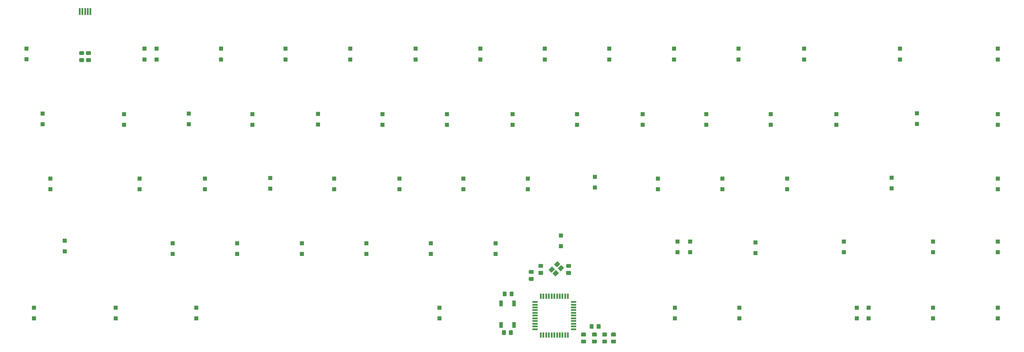
<source format=gbr>
G04 #@! TF.GenerationSoftware,KiCad,Pcbnew,(5.1.5)-3*
G04 #@! TF.CreationDate,2020-03-18T20:23:37-05:00*
G04 #@! TF.ProjectId,Advanced-PCB,41647661-6e63-4656-942d-5043422e6b69,rev?*
G04 #@! TF.SameCoordinates,Original*
G04 #@! TF.FileFunction,Paste,Bot*
G04 #@! TF.FilePolarity,Positive*
%FSLAX46Y46*%
G04 Gerber Fmt 4.6, Leading zero omitted, Abs format (unit mm)*
G04 Created by KiCad (PCBNEW (5.1.5)-3) date 2020-03-18 20:23:37*
%MOMM*%
%LPD*%
G04 APERTURE LIST*
%ADD10R,1.200000X1.200000*%
%ADD11C,0.100000*%
%ADD12R,0.550000X1.500000*%
%ADD13R,1.500000X0.550000*%
%ADD14R,1.000000X1.700000*%
%ADD15R,0.500000X2.000000*%
G04 APERTURE END LIST*
D10*
X43750000Y-136325000D03*
X43750000Y-133175000D03*
X261750000Y-136325000D03*
X261750000Y-133175000D03*
X303250000Y-79325000D03*
X303250000Y-76175000D03*
X303250000Y-60075000D03*
X303250000Y-56925000D03*
X303250000Y-136325000D03*
X303250000Y-133175000D03*
X303250000Y-116825000D03*
X303250000Y-113675000D03*
X303250000Y-98325000D03*
X303250000Y-95175000D03*
X279500000Y-79075000D03*
X279500000Y-75925000D03*
X274500000Y-60075000D03*
X274500000Y-56925000D03*
X284250000Y-136325000D03*
X284250000Y-133175000D03*
X284250000Y-116825000D03*
X284250000Y-113675000D03*
X272000000Y-98075000D03*
X272000000Y-94925000D03*
X255750000Y-79325000D03*
X255750000Y-76175000D03*
X246250000Y-60075000D03*
X246250000Y-56925000D03*
X265250000Y-136325000D03*
X265250000Y-133175000D03*
X258000000Y-116825000D03*
X258000000Y-113675000D03*
X241250000Y-98325000D03*
X241250000Y-95175000D03*
X236500000Y-79325000D03*
X236500000Y-76175000D03*
X227000000Y-60075000D03*
X227000000Y-56925000D03*
X227250000Y-136325000D03*
X227250000Y-133175000D03*
X232000000Y-117075000D03*
X232000000Y-113925000D03*
X222250000Y-98325000D03*
X222250000Y-95175000D03*
X217500000Y-79325000D03*
X217500000Y-76175000D03*
X208000000Y-60075000D03*
X208000000Y-56925000D03*
X208250000Y-136325000D03*
X208250000Y-133175000D03*
X212750000Y-116825000D03*
X212750000Y-113675000D03*
X203250000Y-98325000D03*
X203250000Y-95175000D03*
X198750000Y-79325000D03*
X198750000Y-76175000D03*
X189000000Y-60075000D03*
X189000000Y-56925000D03*
X209000000Y-116825000D03*
X209000000Y-113675000D03*
X184750000Y-97825000D03*
X184750000Y-94675000D03*
X179500000Y-79325000D03*
X179500000Y-76175000D03*
X170000000Y-60075000D03*
X170000000Y-56925000D03*
X174750000Y-115075000D03*
X174750000Y-111925000D03*
X165000000Y-98325000D03*
X165000000Y-95175000D03*
X160500000Y-79325000D03*
X160500000Y-76175000D03*
X151000000Y-60075000D03*
X151000000Y-56925000D03*
X155500000Y-117325000D03*
X155500000Y-114175000D03*
X146000000Y-98325000D03*
X146000000Y-95175000D03*
X141250000Y-79325000D03*
X141250000Y-76175000D03*
X132000000Y-60075000D03*
X132000000Y-56925000D03*
X139000000Y-136325000D03*
X139000000Y-133175000D03*
X136500000Y-117325000D03*
X136500000Y-114175000D03*
X127250000Y-98325000D03*
X127250000Y-95175000D03*
X122250000Y-79325000D03*
X122250000Y-76175000D03*
X112750000Y-60075000D03*
X112750000Y-56925000D03*
X117500000Y-117325000D03*
X117500000Y-114175000D03*
X108000000Y-98325000D03*
X108000000Y-95175000D03*
X103250000Y-79225000D03*
X103250000Y-76075000D03*
X93750000Y-60075000D03*
X93750000Y-56925000D03*
X98500000Y-117325000D03*
X98500000Y-114175000D03*
X89250000Y-98150000D03*
X89250000Y-95000000D03*
X84000000Y-79325000D03*
X84000000Y-76175000D03*
X74750000Y-60075000D03*
X74750000Y-56925000D03*
X67500000Y-136325000D03*
X67500000Y-133175000D03*
X79500000Y-117325000D03*
X79500000Y-114175000D03*
X70000000Y-98325000D03*
X70000000Y-95175000D03*
X65250000Y-79150000D03*
X65250000Y-76000000D03*
X55750000Y-60075000D03*
X55750000Y-56925000D03*
X60500000Y-117325000D03*
X60500000Y-114175000D03*
X50750000Y-98325000D03*
X50750000Y-95175000D03*
X46250000Y-79325000D03*
X46250000Y-76175000D03*
X52250000Y-60075000D03*
X52250000Y-56925000D03*
X19750000Y-136325000D03*
X19750000Y-133175000D03*
X28750000Y-116575000D03*
X28750000Y-113425000D03*
X24500000Y-98325000D03*
X24500000Y-95175000D03*
X22250000Y-79175000D03*
X22250000Y-76025000D03*
X17500000Y-56895000D03*
X17500000Y-60045000D03*
D11*
G36*
X184124505Y-138001204D02*
G01*
X184148773Y-138004804D01*
X184172572Y-138010765D01*
X184195671Y-138019030D01*
X184217850Y-138029520D01*
X184238893Y-138042132D01*
X184258599Y-138056747D01*
X184276777Y-138073223D01*
X184293253Y-138091401D01*
X184307868Y-138111107D01*
X184320480Y-138132150D01*
X184330970Y-138154329D01*
X184339235Y-138177428D01*
X184345196Y-138201227D01*
X184348796Y-138225495D01*
X184350000Y-138249999D01*
X184350000Y-139150001D01*
X184348796Y-139174505D01*
X184345196Y-139198773D01*
X184339235Y-139222572D01*
X184330970Y-139245671D01*
X184320480Y-139267850D01*
X184307868Y-139288893D01*
X184293253Y-139308599D01*
X184276777Y-139326777D01*
X184258599Y-139343253D01*
X184238893Y-139357868D01*
X184217850Y-139370480D01*
X184195671Y-139380970D01*
X184172572Y-139389235D01*
X184148773Y-139395196D01*
X184124505Y-139398796D01*
X184100001Y-139400000D01*
X183449999Y-139400000D01*
X183425495Y-139398796D01*
X183401227Y-139395196D01*
X183377428Y-139389235D01*
X183354329Y-139380970D01*
X183332150Y-139370480D01*
X183311107Y-139357868D01*
X183291401Y-139343253D01*
X183273223Y-139326777D01*
X183256747Y-139308599D01*
X183242132Y-139288893D01*
X183229520Y-139267850D01*
X183219030Y-139245671D01*
X183210765Y-139222572D01*
X183204804Y-139198773D01*
X183201204Y-139174505D01*
X183200000Y-139150001D01*
X183200000Y-138249999D01*
X183201204Y-138225495D01*
X183204804Y-138201227D01*
X183210765Y-138177428D01*
X183219030Y-138154329D01*
X183229520Y-138132150D01*
X183242132Y-138111107D01*
X183256747Y-138091401D01*
X183273223Y-138073223D01*
X183291401Y-138056747D01*
X183311107Y-138042132D01*
X183332150Y-138029520D01*
X183354329Y-138019030D01*
X183377428Y-138010765D01*
X183401227Y-138004804D01*
X183425495Y-138001204D01*
X183449999Y-138000000D01*
X184100001Y-138000000D01*
X184124505Y-138001204D01*
G37*
G36*
X186174505Y-138001204D02*
G01*
X186198773Y-138004804D01*
X186222572Y-138010765D01*
X186245671Y-138019030D01*
X186267850Y-138029520D01*
X186288893Y-138042132D01*
X186308599Y-138056747D01*
X186326777Y-138073223D01*
X186343253Y-138091401D01*
X186357868Y-138111107D01*
X186370480Y-138132150D01*
X186380970Y-138154329D01*
X186389235Y-138177428D01*
X186395196Y-138201227D01*
X186398796Y-138225495D01*
X186400000Y-138249999D01*
X186400000Y-139150001D01*
X186398796Y-139174505D01*
X186395196Y-139198773D01*
X186389235Y-139222572D01*
X186380970Y-139245671D01*
X186370480Y-139267850D01*
X186357868Y-139288893D01*
X186343253Y-139308599D01*
X186326777Y-139326777D01*
X186308599Y-139343253D01*
X186288893Y-139357868D01*
X186267850Y-139370480D01*
X186245671Y-139380970D01*
X186222572Y-139389235D01*
X186198773Y-139395196D01*
X186174505Y-139398796D01*
X186150001Y-139400000D01*
X185499999Y-139400000D01*
X185475495Y-139398796D01*
X185451227Y-139395196D01*
X185427428Y-139389235D01*
X185404329Y-139380970D01*
X185382150Y-139370480D01*
X185361107Y-139357868D01*
X185341401Y-139343253D01*
X185323223Y-139326777D01*
X185306747Y-139308599D01*
X185292132Y-139288893D01*
X185279520Y-139267850D01*
X185269030Y-139245671D01*
X185260765Y-139222572D01*
X185254804Y-139198773D01*
X185251204Y-139174505D01*
X185250000Y-139150001D01*
X185250000Y-138249999D01*
X185251204Y-138225495D01*
X185254804Y-138201227D01*
X185260765Y-138177428D01*
X185269030Y-138154329D01*
X185279520Y-138132150D01*
X185292132Y-138111107D01*
X185306747Y-138091401D01*
X185323223Y-138073223D01*
X185341401Y-138056747D01*
X185361107Y-138042132D01*
X185382150Y-138029520D01*
X185404329Y-138019030D01*
X185427428Y-138010765D01*
X185451227Y-138004804D01*
X185475495Y-138001204D01*
X185499999Y-138000000D01*
X186150001Y-138000000D01*
X186174505Y-138001204D01*
G37*
G36*
X160574505Y-128401204D02*
G01*
X160598773Y-128404804D01*
X160622572Y-128410765D01*
X160645671Y-128419030D01*
X160667850Y-128429520D01*
X160688893Y-128442132D01*
X160708599Y-128456747D01*
X160726777Y-128473223D01*
X160743253Y-128491401D01*
X160757868Y-128511107D01*
X160770480Y-128532150D01*
X160780970Y-128554329D01*
X160789235Y-128577428D01*
X160795196Y-128601227D01*
X160798796Y-128625495D01*
X160800000Y-128649999D01*
X160800000Y-129550001D01*
X160798796Y-129574505D01*
X160795196Y-129598773D01*
X160789235Y-129622572D01*
X160780970Y-129645671D01*
X160770480Y-129667850D01*
X160757868Y-129688893D01*
X160743253Y-129708599D01*
X160726777Y-129726777D01*
X160708599Y-129743253D01*
X160688893Y-129757868D01*
X160667850Y-129770480D01*
X160645671Y-129780970D01*
X160622572Y-129789235D01*
X160598773Y-129795196D01*
X160574505Y-129798796D01*
X160550001Y-129800000D01*
X159899999Y-129800000D01*
X159875495Y-129798796D01*
X159851227Y-129795196D01*
X159827428Y-129789235D01*
X159804329Y-129780970D01*
X159782150Y-129770480D01*
X159761107Y-129757868D01*
X159741401Y-129743253D01*
X159723223Y-129726777D01*
X159706747Y-129708599D01*
X159692132Y-129688893D01*
X159679520Y-129667850D01*
X159669030Y-129645671D01*
X159660765Y-129622572D01*
X159654804Y-129598773D01*
X159651204Y-129574505D01*
X159650000Y-129550001D01*
X159650000Y-128649999D01*
X159651204Y-128625495D01*
X159654804Y-128601227D01*
X159660765Y-128577428D01*
X159669030Y-128554329D01*
X159679520Y-128532150D01*
X159692132Y-128511107D01*
X159706747Y-128491401D01*
X159723223Y-128473223D01*
X159741401Y-128456747D01*
X159761107Y-128442132D01*
X159782150Y-128429520D01*
X159804329Y-128419030D01*
X159827428Y-128410765D01*
X159851227Y-128404804D01*
X159875495Y-128401204D01*
X159899999Y-128400000D01*
X160550001Y-128400000D01*
X160574505Y-128401204D01*
G37*
G36*
X158524505Y-128401204D02*
G01*
X158548773Y-128404804D01*
X158572572Y-128410765D01*
X158595671Y-128419030D01*
X158617850Y-128429520D01*
X158638893Y-128442132D01*
X158658599Y-128456747D01*
X158676777Y-128473223D01*
X158693253Y-128491401D01*
X158707868Y-128511107D01*
X158720480Y-128532150D01*
X158730970Y-128554329D01*
X158739235Y-128577428D01*
X158745196Y-128601227D01*
X158748796Y-128625495D01*
X158750000Y-128649999D01*
X158750000Y-129550001D01*
X158748796Y-129574505D01*
X158745196Y-129598773D01*
X158739235Y-129622572D01*
X158730970Y-129645671D01*
X158720480Y-129667850D01*
X158707868Y-129688893D01*
X158693253Y-129708599D01*
X158676777Y-129726777D01*
X158658599Y-129743253D01*
X158638893Y-129757868D01*
X158617850Y-129770480D01*
X158595671Y-129780970D01*
X158572572Y-129789235D01*
X158548773Y-129795196D01*
X158524505Y-129798796D01*
X158500001Y-129800000D01*
X157849999Y-129800000D01*
X157825495Y-129798796D01*
X157801227Y-129795196D01*
X157777428Y-129789235D01*
X157754329Y-129780970D01*
X157732150Y-129770480D01*
X157711107Y-129757868D01*
X157691401Y-129743253D01*
X157673223Y-129726777D01*
X157656747Y-129708599D01*
X157642132Y-129688893D01*
X157629520Y-129667850D01*
X157619030Y-129645671D01*
X157610765Y-129622572D01*
X157604804Y-129598773D01*
X157601204Y-129574505D01*
X157600000Y-129550001D01*
X157600000Y-128649999D01*
X157601204Y-128625495D01*
X157604804Y-128601227D01*
X157610765Y-128577428D01*
X157619030Y-128554329D01*
X157629520Y-128532150D01*
X157642132Y-128511107D01*
X157656747Y-128491401D01*
X157673223Y-128473223D01*
X157691401Y-128456747D01*
X157711107Y-128442132D01*
X157732150Y-128429520D01*
X157754329Y-128419030D01*
X157777428Y-128410765D01*
X157801227Y-128404804D01*
X157825495Y-128401204D01*
X157849999Y-128400000D01*
X158500001Y-128400000D01*
X158524505Y-128401204D01*
G37*
G36*
X158324505Y-139801204D02*
G01*
X158348773Y-139804804D01*
X158372572Y-139810765D01*
X158395671Y-139819030D01*
X158417850Y-139829520D01*
X158438893Y-139842132D01*
X158458599Y-139856747D01*
X158476777Y-139873223D01*
X158493253Y-139891401D01*
X158507868Y-139911107D01*
X158520480Y-139932150D01*
X158530970Y-139954329D01*
X158539235Y-139977428D01*
X158545196Y-140001227D01*
X158548796Y-140025495D01*
X158550000Y-140049999D01*
X158550000Y-140950001D01*
X158548796Y-140974505D01*
X158545196Y-140998773D01*
X158539235Y-141022572D01*
X158530970Y-141045671D01*
X158520480Y-141067850D01*
X158507868Y-141088893D01*
X158493253Y-141108599D01*
X158476777Y-141126777D01*
X158458599Y-141143253D01*
X158438893Y-141157868D01*
X158417850Y-141170480D01*
X158395671Y-141180970D01*
X158372572Y-141189235D01*
X158348773Y-141195196D01*
X158324505Y-141198796D01*
X158300001Y-141200000D01*
X157649999Y-141200000D01*
X157625495Y-141198796D01*
X157601227Y-141195196D01*
X157577428Y-141189235D01*
X157554329Y-141180970D01*
X157532150Y-141170480D01*
X157511107Y-141157868D01*
X157491401Y-141143253D01*
X157473223Y-141126777D01*
X157456747Y-141108599D01*
X157442132Y-141088893D01*
X157429520Y-141067850D01*
X157419030Y-141045671D01*
X157410765Y-141022572D01*
X157404804Y-140998773D01*
X157401204Y-140974505D01*
X157400000Y-140950001D01*
X157400000Y-140049999D01*
X157401204Y-140025495D01*
X157404804Y-140001227D01*
X157410765Y-139977428D01*
X157419030Y-139954329D01*
X157429520Y-139932150D01*
X157442132Y-139911107D01*
X157456747Y-139891401D01*
X157473223Y-139873223D01*
X157491401Y-139856747D01*
X157511107Y-139842132D01*
X157532150Y-139829520D01*
X157554329Y-139819030D01*
X157577428Y-139810765D01*
X157601227Y-139804804D01*
X157625495Y-139801204D01*
X157649999Y-139800000D01*
X158300001Y-139800000D01*
X158324505Y-139801204D01*
G37*
G36*
X160374505Y-139801204D02*
G01*
X160398773Y-139804804D01*
X160422572Y-139810765D01*
X160445671Y-139819030D01*
X160467850Y-139829520D01*
X160488893Y-139842132D01*
X160508599Y-139856747D01*
X160526777Y-139873223D01*
X160543253Y-139891401D01*
X160557868Y-139911107D01*
X160570480Y-139932150D01*
X160580970Y-139954329D01*
X160589235Y-139977428D01*
X160595196Y-140001227D01*
X160598796Y-140025495D01*
X160600000Y-140049999D01*
X160600000Y-140950001D01*
X160598796Y-140974505D01*
X160595196Y-140998773D01*
X160589235Y-141022572D01*
X160580970Y-141045671D01*
X160570480Y-141067850D01*
X160557868Y-141088893D01*
X160543253Y-141108599D01*
X160526777Y-141126777D01*
X160508599Y-141143253D01*
X160488893Y-141157868D01*
X160467850Y-141170480D01*
X160445671Y-141180970D01*
X160422572Y-141189235D01*
X160398773Y-141195196D01*
X160374505Y-141198796D01*
X160350001Y-141200000D01*
X159699999Y-141200000D01*
X159675495Y-141198796D01*
X159651227Y-141195196D01*
X159627428Y-141189235D01*
X159604329Y-141180970D01*
X159582150Y-141170480D01*
X159561107Y-141157868D01*
X159541401Y-141143253D01*
X159523223Y-141126777D01*
X159506747Y-141108599D01*
X159492132Y-141088893D01*
X159479520Y-141067850D01*
X159469030Y-141045671D01*
X159460765Y-141022572D01*
X159454804Y-140998773D01*
X159451204Y-140974505D01*
X159450000Y-140950001D01*
X159450000Y-140049999D01*
X159451204Y-140025495D01*
X159454804Y-140001227D01*
X159460765Y-139977428D01*
X159469030Y-139954329D01*
X159479520Y-139932150D01*
X159492132Y-139911107D01*
X159506747Y-139891401D01*
X159523223Y-139873223D01*
X159541401Y-139856747D01*
X159561107Y-139842132D01*
X159582150Y-139829520D01*
X159604329Y-139819030D01*
X159627428Y-139810765D01*
X159651227Y-139804804D01*
X159675495Y-139801204D01*
X159699999Y-139800000D01*
X160350001Y-139800000D01*
X160374505Y-139801204D01*
G37*
G36*
X166474505Y-122076204D02*
G01*
X166498773Y-122079804D01*
X166522572Y-122085765D01*
X166545671Y-122094030D01*
X166567850Y-122104520D01*
X166588893Y-122117132D01*
X166608599Y-122131747D01*
X166626777Y-122148223D01*
X166643253Y-122166401D01*
X166657868Y-122186107D01*
X166670480Y-122207150D01*
X166680970Y-122229329D01*
X166689235Y-122252428D01*
X166695196Y-122276227D01*
X166698796Y-122300495D01*
X166700000Y-122324999D01*
X166700000Y-122975001D01*
X166698796Y-122999505D01*
X166695196Y-123023773D01*
X166689235Y-123047572D01*
X166680970Y-123070671D01*
X166670480Y-123092850D01*
X166657868Y-123113893D01*
X166643253Y-123133599D01*
X166626777Y-123151777D01*
X166608599Y-123168253D01*
X166588893Y-123182868D01*
X166567850Y-123195480D01*
X166545671Y-123205970D01*
X166522572Y-123214235D01*
X166498773Y-123220196D01*
X166474505Y-123223796D01*
X166450001Y-123225000D01*
X165549999Y-123225000D01*
X165525495Y-123223796D01*
X165501227Y-123220196D01*
X165477428Y-123214235D01*
X165454329Y-123205970D01*
X165432150Y-123195480D01*
X165411107Y-123182868D01*
X165391401Y-123168253D01*
X165373223Y-123151777D01*
X165356747Y-123133599D01*
X165342132Y-123113893D01*
X165329520Y-123092850D01*
X165319030Y-123070671D01*
X165310765Y-123047572D01*
X165304804Y-123023773D01*
X165301204Y-122999505D01*
X165300000Y-122975001D01*
X165300000Y-122324999D01*
X165301204Y-122300495D01*
X165304804Y-122276227D01*
X165310765Y-122252428D01*
X165319030Y-122229329D01*
X165329520Y-122207150D01*
X165342132Y-122186107D01*
X165356747Y-122166401D01*
X165373223Y-122148223D01*
X165391401Y-122131747D01*
X165411107Y-122117132D01*
X165432150Y-122104520D01*
X165454329Y-122094030D01*
X165477428Y-122085765D01*
X165501227Y-122079804D01*
X165525495Y-122076204D01*
X165549999Y-122075000D01*
X166450001Y-122075000D01*
X166474505Y-122076204D01*
G37*
G36*
X166474505Y-124126204D02*
G01*
X166498773Y-124129804D01*
X166522572Y-124135765D01*
X166545671Y-124144030D01*
X166567850Y-124154520D01*
X166588893Y-124167132D01*
X166608599Y-124181747D01*
X166626777Y-124198223D01*
X166643253Y-124216401D01*
X166657868Y-124236107D01*
X166670480Y-124257150D01*
X166680970Y-124279329D01*
X166689235Y-124302428D01*
X166695196Y-124326227D01*
X166698796Y-124350495D01*
X166700000Y-124374999D01*
X166700000Y-125025001D01*
X166698796Y-125049505D01*
X166695196Y-125073773D01*
X166689235Y-125097572D01*
X166680970Y-125120671D01*
X166670480Y-125142850D01*
X166657868Y-125163893D01*
X166643253Y-125183599D01*
X166626777Y-125201777D01*
X166608599Y-125218253D01*
X166588893Y-125232868D01*
X166567850Y-125245480D01*
X166545671Y-125255970D01*
X166522572Y-125264235D01*
X166498773Y-125270196D01*
X166474505Y-125273796D01*
X166450001Y-125275000D01*
X165549999Y-125275000D01*
X165525495Y-125273796D01*
X165501227Y-125270196D01*
X165477428Y-125264235D01*
X165454329Y-125255970D01*
X165432150Y-125245480D01*
X165411107Y-125232868D01*
X165391401Y-125218253D01*
X165373223Y-125201777D01*
X165356747Y-125183599D01*
X165342132Y-125163893D01*
X165329520Y-125142850D01*
X165319030Y-125120671D01*
X165310765Y-125097572D01*
X165304804Y-125073773D01*
X165301204Y-125049505D01*
X165300000Y-125025001D01*
X165300000Y-124374999D01*
X165301204Y-124350495D01*
X165304804Y-124326227D01*
X165310765Y-124302428D01*
X165319030Y-124279329D01*
X165329520Y-124257150D01*
X165342132Y-124236107D01*
X165356747Y-124216401D01*
X165373223Y-124198223D01*
X165391401Y-124181747D01*
X165411107Y-124167132D01*
X165432150Y-124154520D01*
X165454329Y-124144030D01*
X165477428Y-124135765D01*
X165501227Y-124129804D01*
X165525495Y-124126204D01*
X165549999Y-124125000D01*
X166450001Y-124125000D01*
X166474505Y-124126204D01*
G37*
G36*
X188074505Y-142551204D02*
G01*
X188098773Y-142554804D01*
X188122572Y-142560765D01*
X188145671Y-142569030D01*
X188167850Y-142579520D01*
X188188893Y-142592132D01*
X188208599Y-142606747D01*
X188226777Y-142623223D01*
X188243253Y-142641401D01*
X188257868Y-142661107D01*
X188270480Y-142682150D01*
X188280970Y-142704329D01*
X188289235Y-142727428D01*
X188295196Y-142751227D01*
X188298796Y-142775495D01*
X188300000Y-142799999D01*
X188300000Y-143450001D01*
X188298796Y-143474505D01*
X188295196Y-143498773D01*
X188289235Y-143522572D01*
X188280970Y-143545671D01*
X188270480Y-143567850D01*
X188257868Y-143588893D01*
X188243253Y-143608599D01*
X188226777Y-143626777D01*
X188208599Y-143643253D01*
X188188893Y-143657868D01*
X188167850Y-143670480D01*
X188145671Y-143680970D01*
X188122572Y-143689235D01*
X188098773Y-143695196D01*
X188074505Y-143698796D01*
X188050001Y-143700000D01*
X187149999Y-143700000D01*
X187125495Y-143698796D01*
X187101227Y-143695196D01*
X187077428Y-143689235D01*
X187054329Y-143680970D01*
X187032150Y-143670480D01*
X187011107Y-143657868D01*
X186991401Y-143643253D01*
X186973223Y-143626777D01*
X186956747Y-143608599D01*
X186942132Y-143588893D01*
X186929520Y-143567850D01*
X186919030Y-143545671D01*
X186910765Y-143522572D01*
X186904804Y-143498773D01*
X186901204Y-143474505D01*
X186900000Y-143450001D01*
X186900000Y-142799999D01*
X186901204Y-142775495D01*
X186904804Y-142751227D01*
X186910765Y-142727428D01*
X186919030Y-142704329D01*
X186929520Y-142682150D01*
X186942132Y-142661107D01*
X186956747Y-142641401D01*
X186973223Y-142623223D01*
X186991401Y-142606747D01*
X187011107Y-142592132D01*
X187032150Y-142579520D01*
X187054329Y-142569030D01*
X187077428Y-142560765D01*
X187101227Y-142554804D01*
X187125495Y-142551204D01*
X187149999Y-142550000D01*
X188050001Y-142550000D01*
X188074505Y-142551204D01*
G37*
G36*
X188074505Y-140501204D02*
G01*
X188098773Y-140504804D01*
X188122572Y-140510765D01*
X188145671Y-140519030D01*
X188167850Y-140529520D01*
X188188893Y-140542132D01*
X188208599Y-140556747D01*
X188226777Y-140573223D01*
X188243253Y-140591401D01*
X188257868Y-140611107D01*
X188270480Y-140632150D01*
X188280970Y-140654329D01*
X188289235Y-140677428D01*
X188295196Y-140701227D01*
X188298796Y-140725495D01*
X188300000Y-140749999D01*
X188300000Y-141400001D01*
X188298796Y-141424505D01*
X188295196Y-141448773D01*
X188289235Y-141472572D01*
X188280970Y-141495671D01*
X188270480Y-141517850D01*
X188257868Y-141538893D01*
X188243253Y-141558599D01*
X188226777Y-141576777D01*
X188208599Y-141593253D01*
X188188893Y-141607868D01*
X188167850Y-141620480D01*
X188145671Y-141630970D01*
X188122572Y-141639235D01*
X188098773Y-141645196D01*
X188074505Y-141648796D01*
X188050001Y-141650000D01*
X187149999Y-141650000D01*
X187125495Y-141648796D01*
X187101227Y-141645196D01*
X187077428Y-141639235D01*
X187054329Y-141630970D01*
X187032150Y-141620480D01*
X187011107Y-141607868D01*
X186991401Y-141593253D01*
X186973223Y-141576777D01*
X186956747Y-141558599D01*
X186942132Y-141538893D01*
X186929520Y-141517850D01*
X186919030Y-141495671D01*
X186910765Y-141472572D01*
X186904804Y-141448773D01*
X186901204Y-141424505D01*
X186900000Y-141400001D01*
X186900000Y-140749999D01*
X186901204Y-140725495D01*
X186904804Y-140701227D01*
X186910765Y-140677428D01*
X186919030Y-140654329D01*
X186929520Y-140632150D01*
X186942132Y-140611107D01*
X186956747Y-140591401D01*
X186973223Y-140573223D01*
X186991401Y-140556747D01*
X187011107Y-140542132D01*
X187032150Y-140529520D01*
X187054329Y-140519030D01*
X187077428Y-140510765D01*
X187101227Y-140504804D01*
X187125495Y-140501204D01*
X187149999Y-140500000D01*
X188050001Y-140500000D01*
X188074505Y-140501204D01*
G37*
G36*
X185074505Y-142551204D02*
G01*
X185098773Y-142554804D01*
X185122572Y-142560765D01*
X185145671Y-142569030D01*
X185167850Y-142579520D01*
X185188893Y-142592132D01*
X185208599Y-142606747D01*
X185226777Y-142623223D01*
X185243253Y-142641401D01*
X185257868Y-142661107D01*
X185270480Y-142682150D01*
X185280970Y-142704329D01*
X185289235Y-142727428D01*
X185295196Y-142751227D01*
X185298796Y-142775495D01*
X185300000Y-142799999D01*
X185300000Y-143450001D01*
X185298796Y-143474505D01*
X185295196Y-143498773D01*
X185289235Y-143522572D01*
X185280970Y-143545671D01*
X185270480Y-143567850D01*
X185257868Y-143588893D01*
X185243253Y-143608599D01*
X185226777Y-143626777D01*
X185208599Y-143643253D01*
X185188893Y-143657868D01*
X185167850Y-143670480D01*
X185145671Y-143680970D01*
X185122572Y-143689235D01*
X185098773Y-143695196D01*
X185074505Y-143698796D01*
X185050001Y-143700000D01*
X184149999Y-143700000D01*
X184125495Y-143698796D01*
X184101227Y-143695196D01*
X184077428Y-143689235D01*
X184054329Y-143680970D01*
X184032150Y-143670480D01*
X184011107Y-143657868D01*
X183991401Y-143643253D01*
X183973223Y-143626777D01*
X183956747Y-143608599D01*
X183942132Y-143588893D01*
X183929520Y-143567850D01*
X183919030Y-143545671D01*
X183910765Y-143522572D01*
X183904804Y-143498773D01*
X183901204Y-143474505D01*
X183900000Y-143450001D01*
X183900000Y-142799999D01*
X183901204Y-142775495D01*
X183904804Y-142751227D01*
X183910765Y-142727428D01*
X183919030Y-142704329D01*
X183929520Y-142682150D01*
X183942132Y-142661107D01*
X183956747Y-142641401D01*
X183973223Y-142623223D01*
X183991401Y-142606747D01*
X184011107Y-142592132D01*
X184032150Y-142579520D01*
X184054329Y-142569030D01*
X184077428Y-142560765D01*
X184101227Y-142554804D01*
X184125495Y-142551204D01*
X184149999Y-142550000D01*
X185050001Y-142550000D01*
X185074505Y-142551204D01*
G37*
G36*
X185074505Y-140501204D02*
G01*
X185098773Y-140504804D01*
X185122572Y-140510765D01*
X185145671Y-140519030D01*
X185167850Y-140529520D01*
X185188893Y-140542132D01*
X185208599Y-140556747D01*
X185226777Y-140573223D01*
X185243253Y-140591401D01*
X185257868Y-140611107D01*
X185270480Y-140632150D01*
X185280970Y-140654329D01*
X185289235Y-140677428D01*
X185295196Y-140701227D01*
X185298796Y-140725495D01*
X185300000Y-140749999D01*
X185300000Y-141400001D01*
X185298796Y-141424505D01*
X185295196Y-141448773D01*
X185289235Y-141472572D01*
X185280970Y-141495671D01*
X185270480Y-141517850D01*
X185257868Y-141538893D01*
X185243253Y-141558599D01*
X185226777Y-141576777D01*
X185208599Y-141593253D01*
X185188893Y-141607868D01*
X185167850Y-141620480D01*
X185145671Y-141630970D01*
X185122572Y-141639235D01*
X185098773Y-141645196D01*
X185074505Y-141648796D01*
X185050001Y-141650000D01*
X184149999Y-141650000D01*
X184125495Y-141648796D01*
X184101227Y-141645196D01*
X184077428Y-141639235D01*
X184054329Y-141630970D01*
X184032150Y-141620480D01*
X184011107Y-141607868D01*
X183991401Y-141593253D01*
X183973223Y-141576777D01*
X183956747Y-141558599D01*
X183942132Y-141538893D01*
X183929520Y-141517850D01*
X183919030Y-141495671D01*
X183910765Y-141472572D01*
X183904804Y-141448773D01*
X183901204Y-141424505D01*
X183900000Y-141400001D01*
X183900000Y-140749999D01*
X183901204Y-140725495D01*
X183904804Y-140701227D01*
X183910765Y-140677428D01*
X183919030Y-140654329D01*
X183929520Y-140632150D01*
X183942132Y-140611107D01*
X183956747Y-140591401D01*
X183973223Y-140573223D01*
X183991401Y-140556747D01*
X184011107Y-140542132D01*
X184032150Y-140529520D01*
X184054329Y-140519030D01*
X184077428Y-140510765D01*
X184101227Y-140504804D01*
X184125495Y-140501204D01*
X184149999Y-140500000D01*
X185050001Y-140500000D01*
X185074505Y-140501204D01*
G37*
G36*
X181874505Y-142551204D02*
G01*
X181898773Y-142554804D01*
X181922572Y-142560765D01*
X181945671Y-142569030D01*
X181967850Y-142579520D01*
X181988893Y-142592132D01*
X182008599Y-142606747D01*
X182026777Y-142623223D01*
X182043253Y-142641401D01*
X182057868Y-142661107D01*
X182070480Y-142682150D01*
X182080970Y-142704329D01*
X182089235Y-142727428D01*
X182095196Y-142751227D01*
X182098796Y-142775495D01*
X182100000Y-142799999D01*
X182100000Y-143450001D01*
X182098796Y-143474505D01*
X182095196Y-143498773D01*
X182089235Y-143522572D01*
X182080970Y-143545671D01*
X182070480Y-143567850D01*
X182057868Y-143588893D01*
X182043253Y-143608599D01*
X182026777Y-143626777D01*
X182008599Y-143643253D01*
X181988893Y-143657868D01*
X181967850Y-143670480D01*
X181945671Y-143680970D01*
X181922572Y-143689235D01*
X181898773Y-143695196D01*
X181874505Y-143698796D01*
X181850001Y-143700000D01*
X180949999Y-143700000D01*
X180925495Y-143698796D01*
X180901227Y-143695196D01*
X180877428Y-143689235D01*
X180854329Y-143680970D01*
X180832150Y-143670480D01*
X180811107Y-143657868D01*
X180791401Y-143643253D01*
X180773223Y-143626777D01*
X180756747Y-143608599D01*
X180742132Y-143588893D01*
X180729520Y-143567850D01*
X180719030Y-143545671D01*
X180710765Y-143522572D01*
X180704804Y-143498773D01*
X180701204Y-143474505D01*
X180700000Y-143450001D01*
X180700000Y-142799999D01*
X180701204Y-142775495D01*
X180704804Y-142751227D01*
X180710765Y-142727428D01*
X180719030Y-142704329D01*
X180729520Y-142682150D01*
X180742132Y-142661107D01*
X180756747Y-142641401D01*
X180773223Y-142623223D01*
X180791401Y-142606747D01*
X180811107Y-142592132D01*
X180832150Y-142579520D01*
X180854329Y-142569030D01*
X180877428Y-142560765D01*
X180901227Y-142554804D01*
X180925495Y-142551204D01*
X180949999Y-142550000D01*
X181850001Y-142550000D01*
X181874505Y-142551204D01*
G37*
G36*
X181874505Y-140501204D02*
G01*
X181898773Y-140504804D01*
X181922572Y-140510765D01*
X181945671Y-140519030D01*
X181967850Y-140529520D01*
X181988893Y-140542132D01*
X182008599Y-140556747D01*
X182026777Y-140573223D01*
X182043253Y-140591401D01*
X182057868Y-140611107D01*
X182070480Y-140632150D01*
X182080970Y-140654329D01*
X182089235Y-140677428D01*
X182095196Y-140701227D01*
X182098796Y-140725495D01*
X182100000Y-140749999D01*
X182100000Y-141400001D01*
X182098796Y-141424505D01*
X182095196Y-141448773D01*
X182089235Y-141472572D01*
X182080970Y-141495671D01*
X182070480Y-141517850D01*
X182057868Y-141538893D01*
X182043253Y-141558599D01*
X182026777Y-141576777D01*
X182008599Y-141593253D01*
X181988893Y-141607868D01*
X181967850Y-141620480D01*
X181945671Y-141630970D01*
X181922572Y-141639235D01*
X181898773Y-141645196D01*
X181874505Y-141648796D01*
X181850001Y-141650000D01*
X180949999Y-141650000D01*
X180925495Y-141648796D01*
X180901227Y-141645196D01*
X180877428Y-141639235D01*
X180854329Y-141630970D01*
X180832150Y-141620480D01*
X180811107Y-141607868D01*
X180791401Y-141593253D01*
X180773223Y-141576777D01*
X180756747Y-141558599D01*
X180742132Y-141538893D01*
X180729520Y-141517850D01*
X180719030Y-141495671D01*
X180710765Y-141472572D01*
X180704804Y-141448773D01*
X180701204Y-141424505D01*
X180700000Y-141400001D01*
X180700000Y-140749999D01*
X180701204Y-140725495D01*
X180704804Y-140701227D01*
X180710765Y-140677428D01*
X180719030Y-140654329D01*
X180729520Y-140632150D01*
X180742132Y-140611107D01*
X180756747Y-140591401D01*
X180773223Y-140573223D01*
X180791401Y-140556747D01*
X180811107Y-140542132D01*
X180832150Y-140529520D01*
X180854329Y-140519030D01*
X180877428Y-140510765D01*
X180901227Y-140504804D01*
X180925495Y-140501204D01*
X180949999Y-140500000D01*
X181850001Y-140500000D01*
X181874505Y-140501204D01*
G37*
D12*
X168800000Y-141200000D03*
X169600000Y-141200000D03*
X170400000Y-141200000D03*
X171200000Y-141200000D03*
X172000000Y-141200000D03*
X172800000Y-141200000D03*
X173600000Y-141200000D03*
X174400000Y-141200000D03*
X175200000Y-141200000D03*
X176000000Y-141200000D03*
X176800000Y-141200000D03*
D13*
X178500000Y-139500000D03*
X178500000Y-138700000D03*
X178500000Y-137900000D03*
X178500000Y-137100000D03*
X178500000Y-136300000D03*
X178500000Y-135500000D03*
X178500000Y-134700000D03*
X178500000Y-133900000D03*
X178500000Y-133100000D03*
X178500000Y-132300000D03*
X178500000Y-131500000D03*
D12*
X176800000Y-129800000D03*
X176000000Y-129800000D03*
X175200000Y-129800000D03*
X174400000Y-129800000D03*
X173600000Y-129800000D03*
X172800000Y-129800000D03*
X172000000Y-129800000D03*
X171200000Y-129800000D03*
X170400000Y-129800000D03*
X169600000Y-129800000D03*
X168800000Y-129800000D03*
D13*
X167100000Y-131500000D03*
X167100000Y-132300000D03*
X167100000Y-133100000D03*
X167100000Y-133900000D03*
X167100000Y-134700000D03*
X167100000Y-135500000D03*
X167100000Y-136300000D03*
X167100000Y-137100000D03*
X167100000Y-137900000D03*
X167100000Y-138700000D03*
X167100000Y-139500000D03*
D11*
G36*
X174672792Y-122407107D02*
G01*
X173824264Y-121558579D01*
X174814214Y-120568629D01*
X175662742Y-121417157D01*
X174672792Y-122407107D01*
G37*
G36*
X173117157Y-123962742D02*
G01*
X172268629Y-123114214D01*
X173258579Y-122124264D01*
X174107107Y-122972792D01*
X173117157Y-123962742D01*
G37*
G36*
X173541421Y-121275736D02*
G01*
X172692893Y-120427208D01*
X173682843Y-119437258D01*
X174531371Y-120285786D01*
X173541421Y-121275736D01*
G37*
G36*
X171985786Y-122831371D02*
G01*
X171137258Y-121982843D01*
X172127208Y-120992893D01*
X172975736Y-121841421D01*
X171985786Y-122831371D01*
G37*
G36*
X169274505Y-120301204D02*
G01*
X169298773Y-120304804D01*
X169322572Y-120310765D01*
X169345671Y-120319030D01*
X169367850Y-120329520D01*
X169388893Y-120342132D01*
X169408599Y-120356747D01*
X169426777Y-120373223D01*
X169443253Y-120391401D01*
X169457868Y-120411107D01*
X169470480Y-120432150D01*
X169480970Y-120454329D01*
X169489235Y-120477428D01*
X169495196Y-120501227D01*
X169498796Y-120525495D01*
X169500000Y-120549999D01*
X169500000Y-121200001D01*
X169498796Y-121224505D01*
X169495196Y-121248773D01*
X169489235Y-121272572D01*
X169480970Y-121295671D01*
X169470480Y-121317850D01*
X169457868Y-121338893D01*
X169443253Y-121358599D01*
X169426777Y-121376777D01*
X169408599Y-121393253D01*
X169388893Y-121407868D01*
X169367850Y-121420480D01*
X169345671Y-121430970D01*
X169322572Y-121439235D01*
X169298773Y-121445196D01*
X169274505Y-121448796D01*
X169250001Y-121450000D01*
X168349999Y-121450000D01*
X168325495Y-121448796D01*
X168301227Y-121445196D01*
X168277428Y-121439235D01*
X168254329Y-121430970D01*
X168232150Y-121420480D01*
X168211107Y-121407868D01*
X168191401Y-121393253D01*
X168173223Y-121376777D01*
X168156747Y-121358599D01*
X168142132Y-121338893D01*
X168129520Y-121317850D01*
X168119030Y-121295671D01*
X168110765Y-121272572D01*
X168104804Y-121248773D01*
X168101204Y-121224505D01*
X168100000Y-121200001D01*
X168100000Y-120549999D01*
X168101204Y-120525495D01*
X168104804Y-120501227D01*
X168110765Y-120477428D01*
X168119030Y-120454329D01*
X168129520Y-120432150D01*
X168142132Y-120411107D01*
X168156747Y-120391401D01*
X168173223Y-120373223D01*
X168191401Y-120356747D01*
X168211107Y-120342132D01*
X168232150Y-120329520D01*
X168254329Y-120319030D01*
X168277428Y-120310765D01*
X168301227Y-120304804D01*
X168325495Y-120301204D01*
X168349999Y-120300000D01*
X169250001Y-120300000D01*
X169274505Y-120301204D01*
G37*
G36*
X169274505Y-122351204D02*
G01*
X169298773Y-122354804D01*
X169322572Y-122360765D01*
X169345671Y-122369030D01*
X169367850Y-122379520D01*
X169388893Y-122392132D01*
X169408599Y-122406747D01*
X169426777Y-122423223D01*
X169443253Y-122441401D01*
X169457868Y-122461107D01*
X169470480Y-122482150D01*
X169480970Y-122504329D01*
X169489235Y-122527428D01*
X169495196Y-122551227D01*
X169498796Y-122575495D01*
X169500000Y-122599999D01*
X169500000Y-123250001D01*
X169498796Y-123274505D01*
X169495196Y-123298773D01*
X169489235Y-123322572D01*
X169480970Y-123345671D01*
X169470480Y-123367850D01*
X169457868Y-123388893D01*
X169443253Y-123408599D01*
X169426777Y-123426777D01*
X169408599Y-123443253D01*
X169388893Y-123457868D01*
X169367850Y-123470480D01*
X169345671Y-123480970D01*
X169322572Y-123489235D01*
X169298773Y-123495196D01*
X169274505Y-123498796D01*
X169250001Y-123500000D01*
X168349999Y-123500000D01*
X168325495Y-123498796D01*
X168301227Y-123495196D01*
X168277428Y-123489235D01*
X168254329Y-123480970D01*
X168232150Y-123470480D01*
X168211107Y-123457868D01*
X168191401Y-123443253D01*
X168173223Y-123426777D01*
X168156747Y-123408599D01*
X168142132Y-123388893D01*
X168129520Y-123367850D01*
X168119030Y-123345671D01*
X168110765Y-123322572D01*
X168104804Y-123298773D01*
X168101204Y-123274505D01*
X168100000Y-123250001D01*
X168100000Y-122599999D01*
X168101204Y-122575495D01*
X168104804Y-122551227D01*
X168110765Y-122527428D01*
X168119030Y-122504329D01*
X168129520Y-122482150D01*
X168142132Y-122461107D01*
X168156747Y-122441401D01*
X168173223Y-122423223D01*
X168191401Y-122406747D01*
X168211107Y-122392132D01*
X168232150Y-122379520D01*
X168254329Y-122369030D01*
X168277428Y-122360765D01*
X168301227Y-122354804D01*
X168325495Y-122351204D01*
X168349999Y-122350000D01*
X169250001Y-122350000D01*
X169274505Y-122351204D01*
G37*
G36*
X34224505Y-57651204D02*
G01*
X34248773Y-57654804D01*
X34272572Y-57660765D01*
X34295671Y-57669030D01*
X34317850Y-57679520D01*
X34338893Y-57692132D01*
X34358599Y-57706747D01*
X34376777Y-57723223D01*
X34393253Y-57741401D01*
X34407868Y-57761107D01*
X34420480Y-57782150D01*
X34430970Y-57804329D01*
X34439235Y-57827428D01*
X34445196Y-57851227D01*
X34448796Y-57875495D01*
X34450000Y-57899999D01*
X34450000Y-58550001D01*
X34448796Y-58574505D01*
X34445196Y-58598773D01*
X34439235Y-58622572D01*
X34430970Y-58645671D01*
X34420480Y-58667850D01*
X34407868Y-58688893D01*
X34393253Y-58708599D01*
X34376777Y-58726777D01*
X34358599Y-58743253D01*
X34338893Y-58757868D01*
X34317850Y-58770480D01*
X34295671Y-58780970D01*
X34272572Y-58789235D01*
X34248773Y-58795196D01*
X34224505Y-58798796D01*
X34200001Y-58800000D01*
X33299999Y-58800000D01*
X33275495Y-58798796D01*
X33251227Y-58795196D01*
X33227428Y-58789235D01*
X33204329Y-58780970D01*
X33182150Y-58770480D01*
X33161107Y-58757868D01*
X33141401Y-58743253D01*
X33123223Y-58726777D01*
X33106747Y-58708599D01*
X33092132Y-58688893D01*
X33079520Y-58667850D01*
X33069030Y-58645671D01*
X33060765Y-58622572D01*
X33054804Y-58598773D01*
X33051204Y-58574505D01*
X33050000Y-58550001D01*
X33050000Y-57899999D01*
X33051204Y-57875495D01*
X33054804Y-57851227D01*
X33060765Y-57827428D01*
X33069030Y-57804329D01*
X33079520Y-57782150D01*
X33092132Y-57761107D01*
X33106747Y-57741401D01*
X33123223Y-57723223D01*
X33141401Y-57706747D01*
X33161107Y-57692132D01*
X33182150Y-57679520D01*
X33204329Y-57669030D01*
X33227428Y-57660765D01*
X33251227Y-57654804D01*
X33275495Y-57651204D01*
X33299999Y-57650000D01*
X34200001Y-57650000D01*
X34224505Y-57651204D01*
G37*
G36*
X34224505Y-59701204D02*
G01*
X34248773Y-59704804D01*
X34272572Y-59710765D01*
X34295671Y-59719030D01*
X34317850Y-59729520D01*
X34338893Y-59742132D01*
X34358599Y-59756747D01*
X34376777Y-59773223D01*
X34393253Y-59791401D01*
X34407868Y-59811107D01*
X34420480Y-59832150D01*
X34430970Y-59854329D01*
X34439235Y-59877428D01*
X34445196Y-59901227D01*
X34448796Y-59925495D01*
X34450000Y-59949999D01*
X34450000Y-60600001D01*
X34448796Y-60624505D01*
X34445196Y-60648773D01*
X34439235Y-60672572D01*
X34430970Y-60695671D01*
X34420480Y-60717850D01*
X34407868Y-60738893D01*
X34393253Y-60758599D01*
X34376777Y-60776777D01*
X34358599Y-60793253D01*
X34338893Y-60807868D01*
X34317850Y-60820480D01*
X34295671Y-60830970D01*
X34272572Y-60839235D01*
X34248773Y-60845196D01*
X34224505Y-60848796D01*
X34200001Y-60850000D01*
X33299999Y-60850000D01*
X33275495Y-60848796D01*
X33251227Y-60845196D01*
X33227428Y-60839235D01*
X33204329Y-60830970D01*
X33182150Y-60820480D01*
X33161107Y-60807868D01*
X33141401Y-60793253D01*
X33123223Y-60776777D01*
X33106747Y-60758599D01*
X33092132Y-60738893D01*
X33079520Y-60717850D01*
X33069030Y-60695671D01*
X33060765Y-60672572D01*
X33054804Y-60648773D01*
X33051204Y-60624505D01*
X33050000Y-60600001D01*
X33050000Y-59949999D01*
X33051204Y-59925495D01*
X33054804Y-59901227D01*
X33060765Y-59877428D01*
X33069030Y-59854329D01*
X33079520Y-59832150D01*
X33092132Y-59811107D01*
X33106747Y-59791401D01*
X33123223Y-59773223D01*
X33141401Y-59756747D01*
X33161107Y-59742132D01*
X33182150Y-59729520D01*
X33204329Y-59719030D01*
X33227428Y-59710765D01*
X33251227Y-59704804D01*
X33275495Y-59701204D01*
X33299999Y-59700000D01*
X34200001Y-59700000D01*
X34224505Y-59701204D01*
G37*
D14*
X160900000Y-138250000D03*
X160900000Y-131950000D03*
X157100000Y-138250000D03*
X157100000Y-131950000D03*
D11*
G36*
X177474505Y-122351204D02*
G01*
X177498773Y-122354804D01*
X177522572Y-122360765D01*
X177545671Y-122369030D01*
X177567850Y-122379520D01*
X177588893Y-122392132D01*
X177608599Y-122406747D01*
X177626777Y-122423223D01*
X177643253Y-122441401D01*
X177657868Y-122461107D01*
X177670480Y-122482150D01*
X177680970Y-122504329D01*
X177689235Y-122527428D01*
X177695196Y-122551227D01*
X177698796Y-122575495D01*
X177700000Y-122599999D01*
X177700000Y-123250001D01*
X177698796Y-123274505D01*
X177695196Y-123298773D01*
X177689235Y-123322572D01*
X177680970Y-123345671D01*
X177670480Y-123367850D01*
X177657868Y-123388893D01*
X177643253Y-123408599D01*
X177626777Y-123426777D01*
X177608599Y-123443253D01*
X177588893Y-123457868D01*
X177567850Y-123470480D01*
X177545671Y-123480970D01*
X177522572Y-123489235D01*
X177498773Y-123495196D01*
X177474505Y-123498796D01*
X177450001Y-123500000D01*
X176549999Y-123500000D01*
X176525495Y-123498796D01*
X176501227Y-123495196D01*
X176477428Y-123489235D01*
X176454329Y-123480970D01*
X176432150Y-123470480D01*
X176411107Y-123457868D01*
X176391401Y-123443253D01*
X176373223Y-123426777D01*
X176356747Y-123408599D01*
X176342132Y-123388893D01*
X176329520Y-123367850D01*
X176319030Y-123345671D01*
X176310765Y-123322572D01*
X176304804Y-123298773D01*
X176301204Y-123274505D01*
X176300000Y-123250001D01*
X176300000Y-122599999D01*
X176301204Y-122575495D01*
X176304804Y-122551227D01*
X176310765Y-122527428D01*
X176319030Y-122504329D01*
X176329520Y-122482150D01*
X176342132Y-122461107D01*
X176356747Y-122441401D01*
X176373223Y-122423223D01*
X176391401Y-122406747D01*
X176411107Y-122392132D01*
X176432150Y-122379520D01*
X176454329Y-122369030D01*
X176477428Y-122360765D01*
X176501227Y-122354804D01*
X176525495Y-122351204D01*
X176549999Y-122350000D01*
X177450001Y-122350000D01*
X177474505Y-122351204D01*
G37*
G36*
X177474505Y-120301204D02*
G01*
X177498773Y-120304804D01*
X177522572Y-120310765D01*
X177545671Y-120319030D01*
X177567850Y-120329520D01*
X177588893Y-120342132D01*
X177608599Y-120356747D01*
X177626777Y-120373223D01*
X177643253Y-120391401D01*
X177657868Y-120411107D01*
X177670480Y-120432150D01*
X177680970Y-120454329D01*
X177689235Y-120477428D01*
X177695196Y-120501227D01*
X177698796Y-120525495D01*
X177700000Y-120549999D01*
X177700000Y-121200001D01*
X177698796Y-121224505D01*
X177695196Y-121248773D01*
X177689235Y-121272572D01*
X177680970Y-121295671D01*
X177670480Y-121317850D01*
X177657868Y-121338893D01*
X177643253Y-121358599D01*
X177626777Y-121376777D01*
X177608599Y-121393253D01*
X177588893Y-121407868D01*
X177567850Y-121420480D01*
X177545671Y-121430970D01*
X177522572Y-121439235D01*
X177498773Y-121445196D01*
X177474505Y-121448796D01*
X177450001Y-121450000D01*
X176549999Y-121450000D01*
X176525495Y-121448796D01*
X176501227Y-121445196D01*
X176477428Y-121439235D01*
X176454329Y-121430970D01*
X176432150Y-121420480D01*
X176411107Y-121407868D01*
X176391401Y-121393253D01*
X176373223Y-121376777D01*
X176356747Y-121358599D01*
X176342132Y-121338893D01*
X176329520Y-121317850D01*
X176319030Y-121295671D01*
X176310765Y-121272572D01*
X176304804Y-121248773D01*
X176301204Y-121224505D01*
X176300000Y-121200001D01*
X176300000Y-120549999D01*
X176301204Y-120525495D01*
X176304804Y-120501227D01*
X176310765Y-120477428D01*
X176319030Y-120454329D01*
X176329520Y-120432150D01*
X176342132Y-120411107D01*
X176356747Y-120391401D01*
X176373223Y-120373223D01*
X176391401Y-120356747D01*
X176411107Y-120342132D01*
X176432150Y-120329520D01*
X176454329Y-120319030D01*
X176477428Y-120310765D01*
X176501227Y-120304804D01*
X176525495Y-120301204D01*
X176549999Y-120300000D01*
X177450001Y-120300000D01*
X177474505Y-120301204D01*
G37*
G36*
X36224505Y-57651204D02*
G01*
X36248773Y-57654804D01*
X36272572Y-57660765D01*
X36295671Y-57669030D01*
X36317850Y-57679520D01*
X36338893Y-57692132D01*
X36358599Y-57706747D01*
X36376777Y-57723223D01*
X36393253Y-57741401D01*
X36407868Y-57761107D01*
X36420480Y-57782150D01*
X36430970Y-57804329D01*
X36439235Y-57827428D01*
X36445196Y-57851227D01*
X36448796Y-57875495D01*
X36450000Y-57899999D01*
X36450000Y-58550001D01*
X36448796Y-58574505D01*
X36445196Y-58598773D01*
X36439235Y-58622572D01*
X36430970Y-58645671D01*
X36420480Y-58667850D01*
X36407868Y-58688893D01*
X36393253Y-58708599D01*
X36376777Y-58726777D01*
X36358599Y-58743253D01*
X36338893Y-58757868D01*
X36317850Y-58770480D01*
X36295671Y-58780970D01*
X36272572Y-58789235D01*
X36248773Y-58795196D01*
X36224505Y-58798796D01*
X36200001Y-58800000D01*
X35299999Y-58800000D01*
X35275495Y-58798796D01*
X35251227Y-58795196D01*
X35227428Y-58789235D01*
X35204329Y-58780970D01*
X35182150Y-58770480D01*
X35161107Y-58757868D01*
X35141401Y-58743253D01*
X35123223Y-58726777D01*
X35106747Y-58708599D01*
X35092132Y-58688893D01*
X35079520Y-58667850D01*
X35069030Y-58645671D01*
X35060765Y-58622572D01*
X35054804Y-58598773D01*
X35051204Y-58574505D01*
X35050000Y-58550001D01*
X35050000Y-57899999D01*
X35051204Y-57875495D01*
X35054804Y-57851227D01*
X35060765Y-57827428D01*
X35069030Y-57804329D01*
X35079520Y-57782150D01*
X35092132Y-57761107D01*
X35106747Y-57741401D01*
X35123223Y-57723223D01*
X35141401Y-57706747D01*
X35161107Y-57692132D01*
X35182150Y-57679520D01*
X35204329Y-57669030D01*
X35227428Y-57660765D01*
X35251227Y-57654804D01*
X35275495Y-57651204D01*
X35299999Y-57650000D01*
X36200001Y-57650000D01*
X36224505Y-57651204D01*
G37*
G36*
X36224505Y-59701204D02*
G01*
X36248773Y-59704804D01*
X36272572Y-59710765D01*
X36295671Y-59719030D01*
X36317850Y-59729520D01*
X36338893Y-59742132D01*
X36358599Y-59756747D01*
X36376777Y-59773223D01*
X36393253Y-59791401D01*
X36407868Y-59811107D01*
X36420480Y-59832150D01*
X36430970Y-59854329D01*
X36439235Y-59877428D01*
X36445196Y-59901227D01*
X36448796Y-59925495D01*
X36450000Y-59949999D01*
X36450000Y-60600001D01*
X36448796Y-60624505D01*
X36445196Y-60648773D01*
X36439235Y-60672572D01*
X36430970Y-60695671D01*
X36420480Y-60717850D01*
X36407868Y-60738893D01*
X36393253Y-60758599D01*
X36376777Y-60776777D01*
X36358599Y-60793253D01*
X36338893Y-60807868D01*
X36317850Y-60820480D01*
X36295671Y-60830970D01*
X36272572Y-60839235D01*
X36248773Y-60845196D01*
X36224505Y-60848796D01*
X36200001Y-60850000D01*
X35299999Y-60850000D01*
X35275495Y-60848796D01*
X35251227Y-60845196D01*
X35227428Y-60839235D01*
X35204329Y-60830970D01*
X35182150Y-60820480D01*
X35161107Y-60807868D01*
X35141401Y-60793253D01*
X35123223Y-60776777D01*
X35106747Y-60758599D01*
X35092132Y-60738893D01*
X35079520Y-60717850D01*
X35069030Y-60695671D01*
X35060765Y-60672572D01*
X35054804Y-60648773D01*
X35051204Y-60624505D01*
X35050000Y-60600001D01*
X35050000Y-59949999D01*
X35051204Y-59925495D01*
X35054804Y-59901227D01*
X35060765Y-59877428D01*
X35069030Y-59854329D01*
X35079520Y-59832150D01*
X35092132Y-59811107D01*
X35106747Y-59791401D01*
X35123223Y-59773223D01*
X35141401Y-59756747D01*
X35161107Y-59742132D01*
X35182150Y-59729520D01*
X35204329Y-59719030D01*
X35227428Y-59710765D01*
X35251227Y-59704804D01*
X35275495Y-59701204D01*
X35299999Y-59700000D01*
X36200001Y-59700000D01*
X36224505Y-59701204D01*
G37*
D15*
X33150000Y-46000000D03*
X33950000Y-46000000D03*
X36350000Y-46000000D03*
X35550000Y-46000000D03*
X34750000Y-46000000D03*
D11*
G36*
X190674505Y-142551204D02*
G01*
X190698773Y-142554804D01*
X190722572Y-142560765D01*
X190745671Y-142569030D01*
X190767850Y-142579520D01*
X190788893Y-142592132D01*
X190808599Y-142606747D01*
X190826777Y-142623223D01*
X190843253Y-142641401D01*
X190857868Y-142661107D01*
X190870480Y-142682150D01*
X190880970Y-142704329D01*
X190889235Y-142727428D01*
X190895196Y-142751227D01*
X190898796Y-142775495D01*
X190900000Y-142799999D01*
X190900000Y-143450001D01*
X190898796Y-143474505D01*
X190895196Y-143498773D01*
X190889235Y-143522572D01*
X190880970Y-143545671D01*
X190870480Y-143567850D01*
X190857868Y-143588893D01*
X190843253Y-143608599D01*
X190826777Y-143626777D01*
X190808599Y-143643253D01*
X190788893Y-143657868D01*
X190767850Y-143670480D01*
X190745671Y-143680970D01*
X190722572Y-143689235D01*
X190698773Y-143695196D01*
X190674505Y-143698796D01*
X190650001Y-143700000D01*
X189749999Y-143700000D01*
X189725495Y-143698796D01*
X189701227Y-143695196D01*
X189677428Y-143689235D01*
X189654329Y-143680970D01*
X189632150Y-143670480D01*
X189611107Y-143657868D01*
X189591401Y-143643253D01*
X189573223Y-143626777D01*
X189556747Y-143608599D01*
X189542132Y-143588893D01*
X189529520Y-143567850D01*
X189519030Y-143545671D01*
X189510765Y-143522572D01*
X189504804Y-143498773D01*
X189501204Y-143474505D01*
X189500000Y-143450001D01*
X189500000Y-142799999D01*
X189501204Y-142775495D01*
X189504804Y-142751227D01*
X189510765Y-142727428D01*
X189519030Y-142704329D01*
X189529520Y-142682150D01*
X189542132Y-142661107D01*
X189556747Y-142641401D01*
X189573223Y-142623223D01*
X189591401Y-142606747D01*
X189611107Y-142592132D01*
X189632150Y-142579520D01*
X189654329Y-142569030D01*
X189677428Y-142560765D01*
X189701227Y-142554804D01*
X189725495Y-142551204D01*
X189749999Y-142550000D01*
X190650001Y-142550000D01*
X190674505Y-142551204D01*
G37*
G36*
X190674505Y-140501204D02*
G01*
X190698773Y-140504804D01*
X190722572Y-140510765D01*
X190745671Y-140519030D01*
X190767850Y-140529520D01*
X190788893Y-140542132D01*
X190808599Y-140556747D01*
X190826777Y-140573223D01*
X190843253Y-140591401D01*
X190857868Y-140611107D01*
X190870480Y-140632150D01*
X190880970Y-140654329D01*
X190889235Y-140677428D01*
X190895196Y-140701227D01*
X190898796Y-140725495D01*
X190900000Y-140749999D01*
X190900000Y-141400001D01*
X190898796Y-141424505D01*
X190895196Y-141448773D01*
X190889235Y-141472572D01*
X190880970Y-141495671D01*
X190870480Y-141517850D01*
X190857868Y-141538893D01*
X190843253Y-141558599D01*
X190826777Y-141576777D01*
X190808599Y-141593253D01*
X190788893Y-141607868D01*
X190767850Y-141620480D01*
X190745671Y-141630970D01*
X190722572Y-141639235D01*
X190698773Y-141645196D01*
X190674505Y-141648796D01*
X190650001Y-141650000D01*
X189749999Y-141650000D01*
X189725495Y-141648796D01*
X189701227Y-141645196D01*
X189677428Y-141639235D01*
X189654329Y-141630970D01*
X189632150Y-141620480D01*
X189611107Y-141607868D01*
X189591401Y-141593253D01*
X189573223Y-141576777D01*
X189556747Y-141558599D01*
X189542132Y-141538893D01*
X189529520Y-141517850D01*
X189519030Y-141495671D01*
X189510765Y-141472572D01*
X189504804Y-141448773D01*
X189501204Y-141424505D01*
X189500000Y-141400001D01*
X189500000Y-140749999D01*
X189501204Y-140725495D01*
X189504804Y-140701227D01*
X189510765Y-140677428D01*
X189519030Y-140654329D01*
X189529520Y-140632150D01*
X189542132Y-140611107D01*
X189556747Y-140591401D01*
X189573223Y-140573223D01*
X189591401Y-140556747D01*
X189611107Y-140542132D01*
X189632150Y-140529520D01*
X189654329Y-140519030D01*
X189677428Y-140510765D01*
X189701227Y-140504804D01*
X189725495Y-140501204D01*
X189749999Y-140500000D01*
X190650001Y-140500000D01*
X190674505Y-140501204D01*
G37*
M02*

</source>
